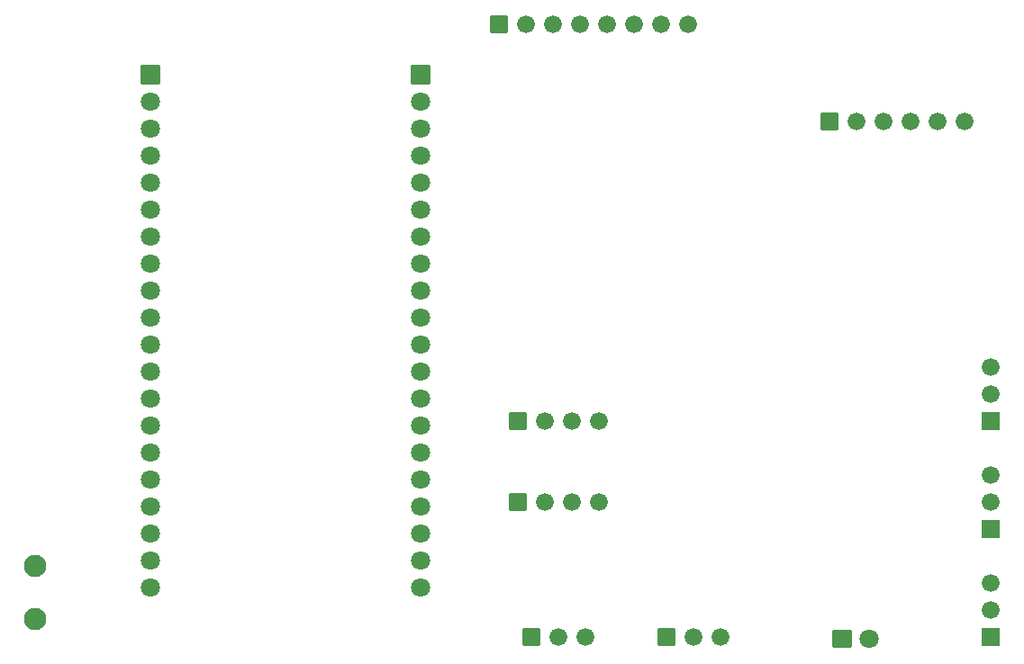
<source format=gbs>
G04 Layer: BottomSolderMaskLayer*
G04 EasyEDA v6.5.22, 2023-03-21 19:31:51*
G04 afc67292cab7459ea135deb86c664b34,e659aa28fce94fba860684ee23aa467a,10*
G04 Gerber Generator version 0.2*
G04 Scale: 100 percent, Rotated: No, Reflected: No *
G04 Dimensions in millimeters *
G04 leading zeros omitted , absolute positions ,4 integer and 5 decimal *
%FSLAX45Y45*%
%MOMM*%

%AMMACRO1*1,1,$1,$2,$3*1,1,$1,$4,$5*1,1,$1,0-$2,0-$3*1,1,$1,0-$4,0-$5*20,1,$1,$2,$3,$4,$5,0*20,1,$1,$4,$5,0-$2,0-$3,0*20,1,$1,0-$2,0-$3,0-$4,0-$5,0*20,1,$1,0-$4,0-$5,$2,$3,0*4,1,4,$2,$3,$4,$5,0-$2,0-$3,0-$4,0-$5,$2,$3,0*%
%ADD10C,2.1016*%
%ADD11C,1.8016*%
%ADD12MACRO1,0.1016X0.85X-0.85X-0.85X-0.85*%
%ADD13MACRO1,0.1016X-0.7874X0.7874X0.7874X0.7874*%
%ADD14C,1.6764*%
%ADD15MACRO1,0.1016X-0.85X0.7874X0.85X0.7874*%
%ADD16R,1.6764X1.6764*%

%LPD*%
D10*
G01*
X1181100Y8543544D03*
G01*
X1181100Y8042655D03*
D11*
G01*
X4800600Y12915900D03*
G01*
X4800600Y12661900D03*
G01*
X4800600Y12407900D03*
G01*
X4800600Y12153900D03*
G01*
X4800600Y11899900D03*
G01*
X4800600Y11645900D03*
G01*
X4800600Y11391900D03*
G01*
X4800600Y11137900D03*
G01*
X4800600Y10883900D03*
G01*
X4800600Y10629900D03*
G01*
X4800600Y10375900D03*
G01*
X4800600Y10121900D03*
G01*
X4800600Y9867900D03*
G01*
X4800600Y9613900D03*
G01*
X4800600Y9359900D03*
G01*
X2260600Y12661900D03*
G01*
X2260600Y12407900D03*
G01*
X2260600Y12153900D03*
G01*
X2260600Y11899900D03*
G01*
X2260600Y11645900D03*
G01*
X2260600Y11391900D03*
G01*
X2260600Y11137900D03*
G01*
X2260600Y10883900D03*
G01*
X2260600Y10629900D03*
G01*
X2260600Y10375900D03*
G01*
X2260600Y10121900D03*
G01*
X2260600Y9867900D03*
G01*
X2260600Y9613900D03*
G01*
X2260600Y9359900D03*
G01*
X2260600Y12915900D03*
G01*
X4800600Y9105900D03*
G01*
X4800600Y8851900D03*
D12*
G01*
X4800587Y13169887D03*
G01*
X2260587Y13169887D03*
D11*
G01*
X2260600Y9105900D03*
G01*
X2260600Y8851900D03*
G01*
X4800600Y8597900D03*
G01*
X2260600Y8597900D03*
G01*
X2260600Y8343900D03*
G01*
X4800600Y8343900D03*
D13*
G01*
X5715000Y9906000D03*
D14*
G01*
X5969000Y9906000D03*
G01*
X6223000Y9906000D03*
G01*
X6477000Y9906000D03*
D13*
G01*
X5715000Y9144000D03*
D14*
G01*
X5969000Y9144000D03*
G01*
X6223000Y9144000D03*
G01*
X6477000Y9144000D03*
D15*
G01*
X8763001Y7861300D03*
D11*
G01*
X9017000Y7861300D03*
D14*
G01*
X6350000Y7874000D03*
G01*
X6096000Y7874000D03*
D13*
G01*
X5842000Y7874000D03*
D14*
G01*
X7620000Y7874000D03*
G01*
X7366000Y7874000D03*
D13*
G01*
X7112000Y7874000D03*
D14*
G01*
X9918700Y12725400D03*
G01*
X9664700Y12725400D03*
G01*
X9410700Y12725400D03*
G01*
X9156700Y12725400D03*
G01*
X8902700Y12725400D03*
D13*
G01*
X8648700Y12725400D03*
D14*
G01*
X10160000Y8382000D03*
G01*
X10160000Y8128000D03*
D16*
G01*
X10160000Y7874000D03*
D14*
G01*
X10160000Y9398000D03*
G01*
X10160000Y9144000D03*
D16*
G01*
X10160000Y8890000D03*
D14*
G01*
X10160000Y10414000D03*
G01*
X10160000Y10160000D03*
D16*
G01*
X10160000Y9906000D03*
D13*
G01*
X5537200Y13639800D03*
D14*
G01*
X5791200Y13639800D03*
G01*
X6045200Y13639800D03*
G01*
X6299200Y13639800D03*
G01*
X6553200Y13639800D03*
G01*
X6807200Y13639800D03*
G01*
X7061200Y13639800D03*
G01*
X7315200Y13639800D03*
M02*

</source>
